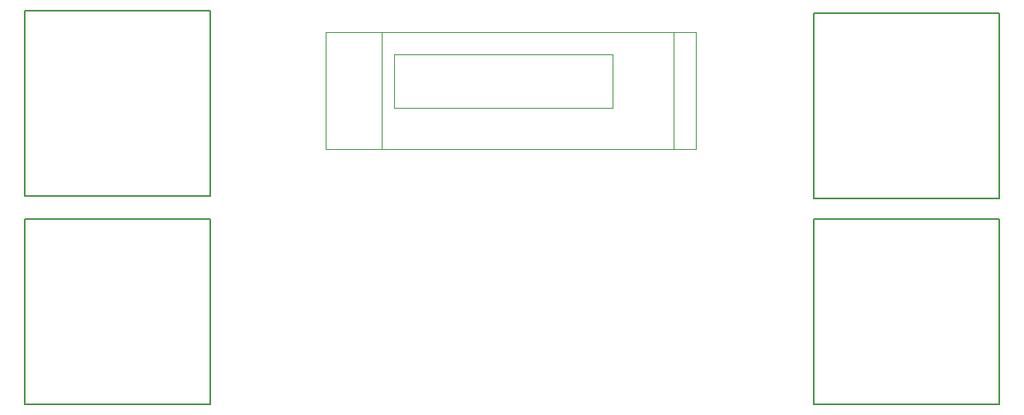
<source format=gbr>
%TF.GenerationSoftware,KiCad,Pcbnew,9.0.6*%
%TF.CreationDate,2025-12-07T01:16:21-05:00*%
%TF.ProjectId,Kigan's Lifeboard,4b696761-6e27-4732-904c-696665626f61,rev?*%
%TF.SameCoordinates,Original*%
%TF.FileFunction,OtherDrawing,Comment*%
%FSLAX46Y46*%
G04 Gerber Fmt 4.6, Leading zero omitted, Abs format (unit mm)*
G04 Created by KiCad (PCBNEW 9.0.6) date 2025-12-07 01:16:21*
%MOMM*%
%LPD*%
G01*
G04 APERTURE LIST*
%ADD10C,0.150000*%
%ADD11C,0.120000*%
G04 APERTURE END LIST*
D10*
%TO.C,SW3*%
X98934250Y-77979250D02*
X117984250Y-77979250D01*
X98934250Y-97029250D02*
X98934250Y-77979250D01*
X117984250Y-77979250D02*
X117984250Y-97029250D01*
X117984250Y-97029250D02*
X98934250Y-97029250D01*
D11*
%TO.C,J1*%
X129806750Y-80218000D02*
X129806750Y-92218000D01*
X129806750Y-80218000D02*
X167806750Y-80218000D01*
X135556750Y-80218000D02*
X135556750Y-92218000D01*
X136866750Y-82438000D02*
X136866750Y-87958000D01*
X136866750Y-82438000D02*
X159246750Y-82438000D01*
X136866750Y-87958000D02*
X159246750Y-87958000D01*
X159246750Y-87958000D02*
X159246750Y-82438000D01*
X165556750Y-80218000D02*
X165556750Y-92218000D01*
X167806750Y-80218000D02*
X167806750Y-92218000D01*
X167806750Y-92218000D02*
X129806750Y-92218000D01*
D10*
%TO.C,SW2*%
X179896750Y-99410500D02*
X198946750Y-99410500D01*
X179896750Y-118460500D02*
X179896750Y-99410500D01*
X198946750Y-99410500D02*
X198946750Y-118460500D01*
X198946750Y-118460500D02*
X179896750Y-118460500D01*
%TO.C,SW1*%
X98934250Y-99410500D02*
X117984250Y-99410500D01*
X98934250Y-118460500D02*
X98934250Y-99410500D01*
X117984250Y-99410500D02*
X117984250Y-118460500D01*
X117984250Y-118460500D02*
X98934250Y-118460500D01*
%TO.C,SW4*%
X179896750Y-78263000D02*
X198946750Y-78263000D01*
X179896750Y-97313000D02*
X179896750Y-78263000D01*
X198946750Y-78263000D02*
X198946750Y-97313000D01*
X198946750Y-97313000D02*
X179896750Y-97313000D01*
%TD*%
M02*

</source>
